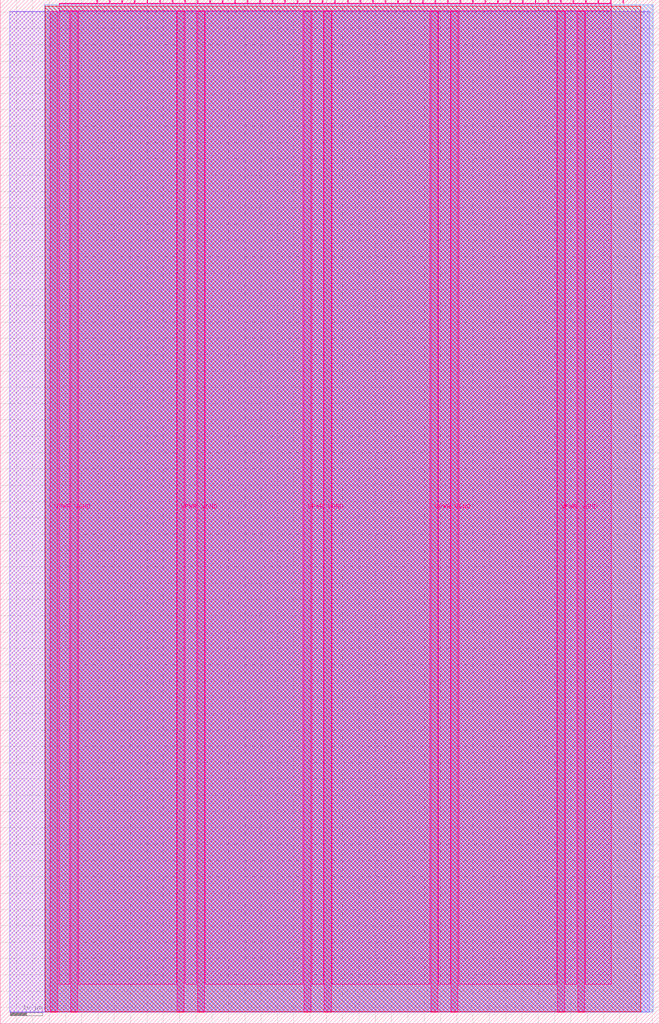
<source format=lef>
VERSION 5.7 ;
  NOWIREEXTENSIONATPIN ON ;
  DIVIDERCHAR "/" ;
  BUSBITCHARS "[]" ;
MACRO tt_um_rebeccargb_vga_pride
  CLASS BLOCK ;
  FOREIGN tt_um_rebeccargb_vga_pride ;
  ORIGIN 0.000 0.000 ;
  SIZE 202.080 BY 313.740 ;
  PIN VGND
    DIRECTION INOUT ;
    USE GROUND ;
    PORT
      LAYER Metal5 ;
        RECT 21.580 3.560 23.780 310.180 ;
    END
    PORT
      LAYER Metal5 ;
        RECT 60.450 3.560 62.650 310.180 ;
    END
    PORT
      LAYER Metal5 ;
        RECT 99.320 3.560 101.520 310.180 ;
    END
    PORT
      LAYER Metal5 ;
        RECT 138.190 3.560 140.390 310.180 ;
    END
    PORT
      LAYER Metal5 ;
        RECT 177.060 3.560 179.260 310.180 ;
    END
  END VGND
  PIN VPWR
    DIRECTION INOUT ;
    USE POWER ;
    PORT
      LAYER Metal5 ;
        RECT 15.380 3.560 17.580 310.180 ;
    END
    PORT
      LAYER Metal5 ;
        RECT 54.250 3.560 56.450 310.180 ;
    END
    PORT
      LAYER Metal5 ;
        RECT 93.120 3.560 95.320 310.180 ;
    END
    PORT
      LAYER Metal5 ;
        RECT 131.990 3.560 134.190 310.180 ;
    END
    PORT
      LAYER Metal5 ;
        RECT 170.860 3.560 173.060 310.180 ;
    END
  END VPWR
  PIN clk
    DIRECTION INPUT ;
    USE SIGNAL ;
    ANTENNAGATEAREA 0.213200 ;
    PORT
      LAYER Metal5 ;
        RECT 187.050 312.740 187.350 313.740 ;
    END
  END clk
  PIN ena
    DIRECTION INPUT ;
    USE SIGNAL ;
    PORT
      LAYER Metal5 ;
        RECT 190.890 312.740 191.190 313.740 ;
    END
  END ena
  PIN rst_n
    DIRECTION INPUT ;
    USE SIGNAL ;
    ANTENNAGATEAREA 0.314600 ;
    PORT
      LAYER Metal5 ;
        RECT 183.210 312.740 183.510 313.740 ;
    END
  END rst_n
  PIN ui_in[0]
    DIRECTION INPUT ;
    USE SIGNAL ;
    ANTENNAGATEAREA 0.213200 ;
    PORT
      LAYER Metal5 ;
        RECT 179.370 312.740 179.670 313.740 ;
    END
  END ui_in[0]
  PIN ui_in[1]
    DIRECTION INPUT ;
    USE SIGNAL ;
    PORT
      LAYER Metal5 ;
        RECT 175.530 312.740 175.830 313.740 ;
    END
  END ui_in[1]
  PIN ui_in[2]
    DIRECTION INPUT ;
    USE SIGNAL ;
    PORT
      LAYER Metal5 ;
        RECT 171.690 312.740 171.990 313.740 ;
    END
  END ui_in[2]
  PIN ui_in[3]
    DIRECTION INPUT ;
    USE SIGNAL ;
    PORT
      LAYER Metal5 ;
        RECT 167.850 312.740 168.150 313.740 ;
    END
  END ui_in[3]
  PIN ui_in[4]
    DIRECTION INPUT ;
    USE SIGNAL ;
    ANTENNAGATEAREA 0.180700 ;
    PORT
      LAYER Metal5 ;
        RECT 164.010 312.740 164.310 313.740 ;
    END
  END ui_in[4]
  PIN ui_in[5]
    DIRECTION INPUT ;
    USE SIGNAL ;
    ANTENNAGATEAREA 0.314600 ;
    PORT
      LAYER Metal5 ;
        RECT 160.170 312.740 160.470 313.740 ;
    END
  END ui_in[5]
  PIN ui_in[6]
    DIRECTION INPUT ;
    USE SIGNAL ;
    ANTENNAGATEAREA 0.314600 ;
    PORT
      LAYER Metal5 ;
        RECT 156.330 312.740 156.630 313.740 ;
    END
  END ui_in[6]
  PIN ui_in[7]
    DIRECTION INPUT ;
    USE SIGNAL ;
    ANTENNAGATEAREA 0.213200 ;
    PORT
      LAYER Metal5 ;
        RECT 152.490 312.740 152.790 313.740 ;
    END
  END ui_in[7]
  PIN uio_in[0]
    DIRECTION INPUT ;
    USE SIGNAL ;
    ANTENNAGATEAREA 0.180700 ;
    PORT
      LAYER Metal5 ;
        RECT 148.650 312.740 148.950 313.740 ;
    END
  END uio_in[0]
  PIN uio_in[1]
    DIRECTION INPUT ;
    USE SIGNAL ;
    ANTENNAGATEAREA 0.180700 ;
    PORT
      LAYER Metal5 ;
        RECT 144.810 312.740 145.110 313.740 ;
    END
  END uio_in[1]
  PIN uio_in[2]
    DIRECTION INPUT ;
    USE SIGNAL ;
    ANTENNAGATEAREA 0.180700 ;
    PORT
      LAYER Metal5 ;
        RECT 140.970 312.740 141.270 313.740 ;
    END
  END uio_in[2]
  PIN uio_in[3]
    DIRECTION INPUT ;
    USE SIGNAL ;
    ANTENNAGATEAREA 0.180700 ;
    PORT
      LAYER Metal5 ;
        RECT 137.130 312.740 137.430 313.740 ;
    END
  END uio_in[3]
  PIN uio_in[4]
    DIRECTION INPUT ;
    USE SIGNAL ;
    ANTENNAGATEAREA 0.180700 ;
    PORT
      LAYER Metal5 ;
        RECT 133.290 312.740 133.590 313.740 ;
    END
  END uio_in[4]
  PIN uio_in[5]
    DIRECTION INPUT ;
    USE SIGNAL ;
    ANTENNAGATEAREA 0.180700 ;
    PORT
      LAYER Metal5 ;
        RECT 129.450 312.740 129.750 313.740 ;
    END
  END uio_in[5]
  PIN uio_in[6]
    DIRECTION INPUT ;
    USE SIGNAL ;
    ANTENNAGATEAREA 0.180700 ;
    PORT
      LAYER Metal5 ;
        RECT 125.610 312.740 125.910 313.740 ;
    END
  END uio_in[6]
  PIN uio_in[7]
    DIRECTION INPUT ;
    USE SIGNAL ;
    PORT
      LAYER Metal5 ;
        RECT 121.770 312.740 122.070 313.740 ;
    END
  END uio_in[7]
  PIN uio_oe[0]
    DIRECTION OUTPUT ;
    USE SIGNAL ;
    ANTENNADIFFAREA 0.299200 ;
    PORT
      LAYER Metal5 ;
        RECT 56.490 312.740 56.790 313.740 ;
    END
  END uio_oe[0]
  PIN uio_oe[1]
    DIRECTION OUTPUT ;
    USE SIGNAL ;
    ANTENNADIFFAREA 0.299200 ;
    PORT
      LAYER Metal5 ;
        RECT 52.650 312.740 52.950 313.740 ;
    END
  END uio_oe[1]
  PIN uio_oe[2]
    DIRECTION OUTPUT ;
    USE SIGNAL ;
    ANTENNADIFFAREA 0.299200 ;
    PORT
      LAYER Metal5 ;
        RECT 48.810 312.740 49.110 313.740 ;
    END
  END uio_oe[2]
  PIN uio_oe[3]
    DIRECTION OUTPUT ;
    USE SIGNAL ;
    ANTENNADIFFAREA 0.299200 ;
    PORT
      LAYER Metal5 ;
        RECT 44.970 312.740 45.270 313.740 ;
    END
  END uio_oe[3]
  PIN uio_oe[4]
    DIRECTION OUTPUT ;
    USE SIGNAL ;
    ANTENNADIFFAREA 0.299200 ;
    PORT
      LAYER Metal5 ;
        RECT 41.130 312.740 41.430 313.740 ;
    END
  END uio_oe[4]
  PIN uio_oe[5]
    DIRECTION OUTPUT ;
    USE SIGNAL ;
    ANTENNADIFFAREA 0.299200 ;
    PORT
      LAYER Metal5 ;
        RECT 37.290 312.740 37.590 313.740 ;
    END
  END uio_oe[5]
  PIN uio_oe[6]
    DIRECTION OUTPUT ;
    USE SIGNAL ;
    ANTENNADIFFAREA 0.299200 ;
    PORT
      LAYER Metal5 ;
        RECT 33.450 312.740 33.750 313.740 ;
    END
  END uio_oe[6]
  PIN uio_oe[7]
    DIRECTION OUTPUT ;
    USE SIGNAL ;
    ANTENNADIFFAREA 0.299200 ;
    PORT
      LAYER Metal5 ;
        RECT 29.610 312.740 29.910 313.740 ;
    END
  END uio_oe[7]
  PIN uio_out[0]
    DIRECTION OUTPUT ;
    USE SIGNAL ;
    ANTENNADIFFAREA 0.299200 ;
    PORT
      LAYER Metal5 ;
        RECT 87.210 312.740 87.510 313.740 ;
    END
  END uio_out[0]
  PIN uio_out[1]
    DIRECTION OUTPUT ;
    USE SIGNAL ;
    ANTENNADIFFAREA 0.299200 ;
    PORT
      LAYER Metal5 ;
        RECT 83.370 312.740 83.670 313.740 ;
    END
  END uio_out[1]
  PIN uio_out[2]
    DIRECTION OUTPUT ;
    USE SIGNAL ;
    ANTENNADIFFAREA 0.299200 ;
    PORT
      LAYER Metal5 ;
        RECT 79.530 312.740 79.830 313.740 ;
    END
  END uio_out[2]
  PIN uio_out[3]
    DIRECTION OUTPUT ;
    USE SIGNAL ;
    ANTENNADIFFAREA 0.299200 ;
    PORT
      LAYER Metal5 ;
        RECT 75.690 312.740 75.990 313.740 ;
    END
  END uio_out[3]
  PIN uio_out[4]
    DIRECTION OUTPUT ;
    USE SIGNAL ;
    ANTENNADIFFAREA 0.299200 ;
    PORT
      LAYER Metal5 ;
        RECT 71.850 312.740 72.150 313.740 ;
    END
  END uio_out[4]
  PIN uio_out[5]
    DIRECTION OUTPUT ;
    USE SIGNAL ;
    ANTENNADIFFAREA 0.299200 ;
    PORT
      LAYER Metal5 ;
        RECT 68.010 312.740 68.310 313.740 ;
    END
  END uio_out[5]
  PIN uio_out[6]
    DIRECTION OUTPUT ;
    USE SIGNAL ;
    ANTENNADIFFAREA 0.299200 ;
    PORT
      LAYER Metal5 ;
        RECT 64.170 312.740 64.470 313.740 ;
    END
  END uio_out[6]
  PIN uio_out[7]
    DIRECTION OUTPUT ;
    USE SIGNAL ;
    ANTENNADIFFAREA 0.299200 ;
    PORT
      LAYER Metal5 ;
        RECT 60.330 312.740 60.630 313.740 ;
    END
  END uio_out[7]
  PIN uo_out[0]
    DIRECTION OUTPUT ;
    USE SIGNAL ;
    ANTENNADIFFAREA 0.988000 ;
    PORT
      LAYER Metal5 ;
        RECT 117.930 312.740 118.230 313.740 ;
    END
  END uo_out[0]
  PIN uo_out[1]
    DIRECTION OUTPUT ;
    USE SIGNAL ;
    ANTENNADIFFAREA 0.988000 ;
    PORT
      LAYER Metal5 ;
        RECT 114.090 312.740 114.390 313.740 ;
    END
  END uo_out[1]
  PIN uo_out[2]
    DIRECTION OUTPUT ;
    USE SIGNAL ;
    ANTENNADIFFAREA 0.988000 ;
    PORT
      LAYER Metal5 ;
        RECT 110.250 312.740 110.550 313.740 ;
    END
  END uo_out[2]
  PIN uo_out[3]
    DIRECTION OUTPUT ;
    USE SIGNAL ;
    ANTENNADIFFAREA 0.654800 ;
    PORT
      LAYER Metal5 ;
        RECT 106.410 312.740 106.710 313.740 ;
    END
  END uo_out[3]
  PIN uo_out[4]
    DIRECTION OUTPUT ;
    USE SIGNAL ;
    ANTENNADIFFAREA 0.988000 ;
    PORT
      LAYER Metal5 ;
        RECT 102.570 312.740 102.870 313.740 ;
    END
  END uo_out[4]
  PIN uo_out[5]
    DIRECTION OUTPUT ;
    USE SIGNAL ;
    ANTENNADIFFAREA 0.988000 ;
    PORT
      LAYER Metal5 ;
        RECT 98.730 312.740 99.030 313.740 ;
    END
  END uo_out[5]
  PIN uo_out[6]
    DIRECTION OUTPUT ;
    USE SIGNAL ;
    ANTENNADIFFAREA 0.988000 ;
    PORT
      LAYER Metal5 ;
        RECT 94.890 312.740 95.190 313.740 ;
    END
  END uo_out[6]
  PIN uo_out[7]
    DIRECTION OUTPUT ;
    USE SIGNAL ;
    ANTENNADIFFAREA 0.654800 ;
    PORT
      LAYER Metal5 ;
        RECT 91.050 312.740 91.350 313.740 ;
    END
  END uo_out[7]
  OBS
      LAYER GatPoly ;
        RECT 2.880 3.630 199.200 310.110 ;
      LAYER Metal1 ;
        RECT 2.880 3.560 199.200 310.180 ;
      LAYER Metal2 ;
        RECT 13.645 3.680 200.305 312.160 ;
      LAYER Metal3 ;
        RECT 13.820 3.635 200.260 312.205 ;
      LAYER Metal4 ;
        RECT 13.775 3.680 196.465 311.740 ;
      LAYER Metal5 ;
        RECT 18.140 312.530 29.400 312.740 ;
        RECT 30.120 312.530 33.240 312.740 ;
        RECT 33.960 312.530 37.080 312.740 ;
        RECT 37.800 312.530 40.920 312.740 ;
        RECT 41.640 312.530 44.760 312.740 ;
        RECT 45.480 312.530 48.600 312.740 ;
        RECT 49.320 312.530 52.440 312.740 ;
        RECT 53.160 312.530 56.280 312.740 ;
        RECT 57.000 312.530 60.120 312.740 ;
        RECT 60.840 312.530 63.960 312.740 ;
        RECT 64.680 312.530 67.800 312.740 ;
        RECT 68.520 312.530 71.640 312.740 ;
        RECT 72.360 312.530 75.480 312.740 ;
        RECT 76.200 312.530 79.320 312.740 ;
        RECT 80.040 312.530 83.160 312.740 ;
        RECT 83.880 312.530 87.000 312.740 ;
        RECT 87.720 312.530 90.840 312.740 ;
        RECT 91.560 312.530 94.680 312.740 ;
        RECT 95.400 312.530 98.520 312.740 ;
        RECT 99.240 312.530 102.360 312.740 ;
        RECT 103.080 312.530 106.200 312.740 ;
        RECT 106.920 312.530 110.040 312.740 ;
        RECT 110.760 312.530 113.880 312.740 ;
        RECT 114.600 312.530 117.720 312.740 ;
        RECT 118.440 312.530 121.560 312.740 ;
        RECT 122.280 312.530 125.400 312.740 ;
        RECT 126.120 312.530 129.240 312.740 ;
        RECT 129.960 312.530 133.080 312.740 ;
        RECT 133.800 312.530 136.920 312.740 ;
        RECT 137.640 312.530 140.760 312.740 ;
        RECT 141.480 312.530 144.600 312.740 ;
        RECT 145.320 312.530 148.440 312.740 ;
        RECT 149.160 312.530 152.280 312.740 ;
        RECT 153.000 312.530 156.120 312.740 ;
        RECT 156.840 312.530 159.960 312.740 ;
        RECT 160.680 312.530 163.800 312.740 ;
        RECT 164.520 312.530 167.640 312.740 ;
        RECT 168.360 312.530 171.480 312.740 ;
        RECT 172.200 312.530 175.320 312.740 ;
        RECT 176.040 312.530 179.160 312.740 ;
        RECT 179.880 312.530 183.000 312.740 ;
        RECT 183.720 312.530 186.840 312.740 ;
        RECT 18.140 310.390 187.300 312.530 ;
        RECT 18.140 12.035 21.370 310.390 ;
        RECT 23.990 12.035 54.040 310.390 ;
        RECT 56.660 12.035 60.240 310.390 ;
        RECT 62.860 12.035 92.910 310.390 ;
        RECT 95.530 12.035 99.110 310.390 ;
        RECT 101.730 12.035 131.780 310.390 ;
        RECT 134.400 12.035 137.980 310.390 ;
        RECT 140.600 12.035 170.650 310.390 ;
        RECT 173.270 12.035 176.850 310.390 ;
        RECT 179.470 12.035 187.300 310.390 ;
  END
END tt_um_rebeccargb_vga_pride
END LIBRARY


</source>
